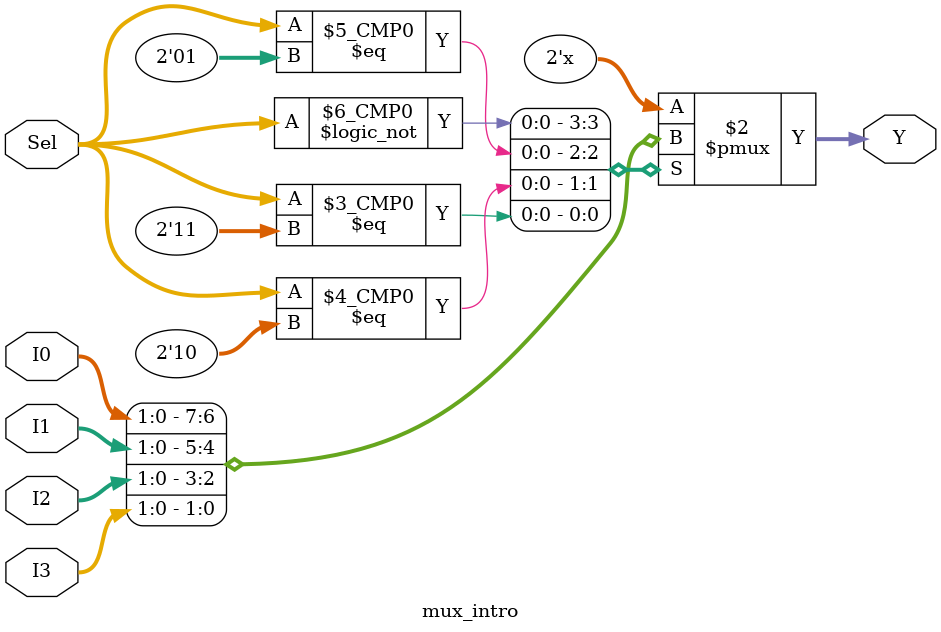
<source format=v>
`timescale 1ns / 1ps


module mux_intro(
   input [1:0] I0,
 input [1:0] I1,
 input [1:0] I2,
 input [1:0] I3,
 input [1:0] Sel,
 output [1:0] Y
    );
    
/*assign Y = (Sel == 2'd0) ? I0 : (
                    (Sel == 2'd1) ? I1 : (
                        (Sel == 2'd2) ? I2 : I3
                    )
                );
                */
/*                 
                always @ (Sel, I0, I1, I2, I3)
                begin
                    if (Sel == 2'd0)
                        Y = I0;
                    else if (Sel == 2'd1)
                        Y = I1;
                    else if (Sel == 2'd2)
                        Y = I2;
                    else
                        Y = I3;
                end
*/
reg [1:0] Y;
 
always @ (Sel, I0, I1, I2, I3)
begin
    case (Sel)
        2'd0:
            Y = I0;
        2'd1:
            Y = I1;
        2'd2:
            Y = I2;
        2'd3:
            Y = I3;
        default:
            Y = 2'd0;
    endcase
end
endmodule

</source>
